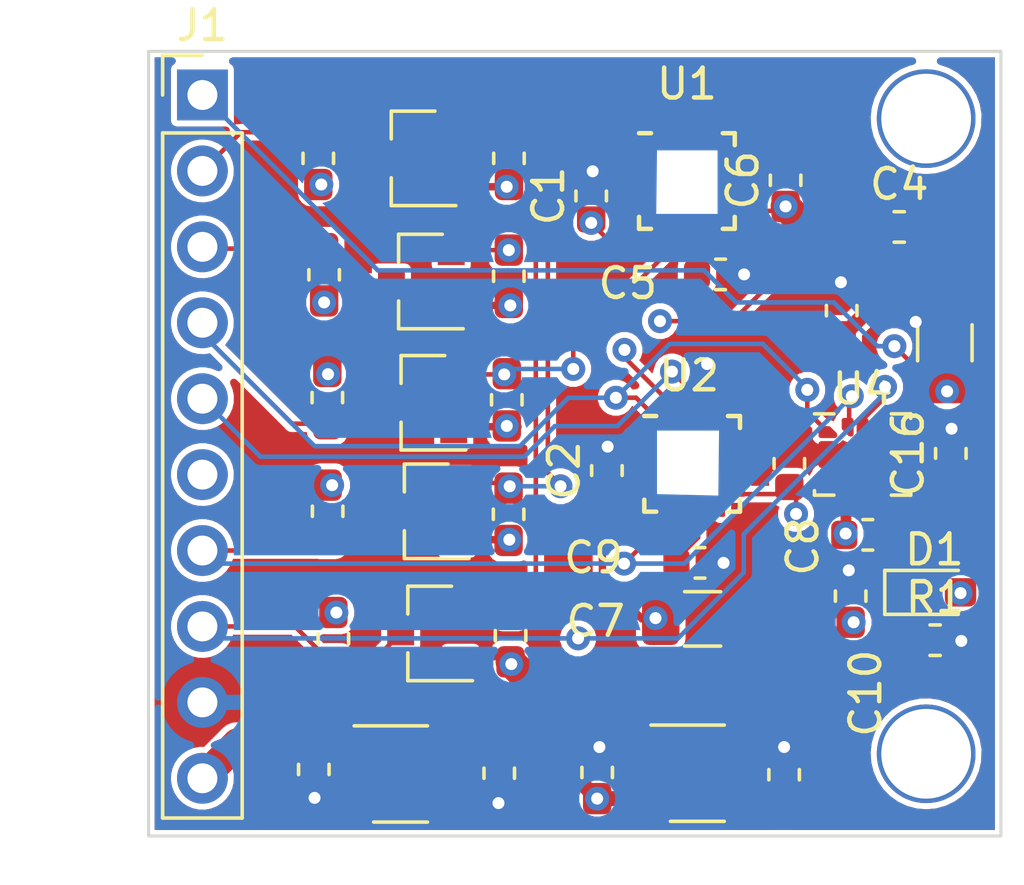
<source format=kicad_pcb>
(kicad_pcb (version 20200829) (generator pcbnew)
  (layers (0 "F.Cu" signal) (1 "In1.Cu" power) (2 "In2.Cu" power) (31 "B.Cu" signal) (34 "B.Paste" user) (35 "F.Paste" user) (36 "B.SilkS" user) (37 "F.SilkS" user) (38 "B.Mask" user) (39 "F.Mask" user) (44 "Edge.Cuts" user))
  (net 0 "")
  (net 1 "Net-(U7-Pad4)")
  (net 2 "Net-(U3-Pad4)")
  (net 3 "Net-(C9-Pad1)")
  (net 4 "Net-(C5-Pad1)")
  (net 5 "MPU9250_CS")
  (net 6 "IMU_MOSI_3.3v")
  (net 7 "IMU_MOSI")
  (net 8 "IMU_MISO_3.3v")
  (net 9 "IMU_MISO")
  (net 10 "IMU_CLK_3.3v")
  (net 11 "IMU_CLK")
  (net 12 "ICM20948_DRDY_3.3v")
  (net 13 "ICM20948_DRDY")
  (net 14 "ICM20948_CS_3.3v")
  (net 15 "ICM20948_CS")
  (net 16 "GND")
  (net 17 "+5V")
  (net 18 "+3V3")
  (net 19 "+1V8")
  (net 20 "LSM6D3_CS")
  (net 21 "Net-(U4-Pad11)")
  (net 22 "Net-(U4-Pad10)")
  (net 23 "LSM6D3_DRDY2")
  (net 24 "LSM6D3_DRDY1")
  (net 25 "Net-(J1-Pad6)")
  (net 26 "LED")
  (net 27 "Net-(U1-Pad1)")
  (net 28 "Net-(U1-Pad2)")
  (net 29 "Net-(U1-Pad3)")
  (net 30 "Net-(U1-Pad4)")
  (net 31 "Net-(U1-Pad5)")
  (net 32 "Net-(U1-Pad6)")
  (net 33 "Net-(U1-Pad7)")
  (net 34 "Net-(U1-Pad14)")
  (net 35 "Net-(U1-Pad15)")
  (net 36 "Net-(U1-Pad16)")
  (net 37 "Net-(U1-Pad17)")
  (net 38 "Net-(U1-Pad19)")
  (net 39 "Net-(U1-Pad21)")
  (net 40 "Net-(U2-Pad7)")
  (net 41 "MPU9250_DRDY")
  (net 42 "Net-(U2-Pad21)")
  (module "Capacitor_SMD:C_0603_1608Metric_Pad1.05x0.95mm_HandSolder" (layer "F.Cu") (at 134.975 109.65 -90)
    (fp_text reference "C15" hide)
    (fp_text value "1uF")
    (pad "1" smd roundrect (at -0.875 0 270) (size 1.05 0.95) (layers "F.Cu" "F.Paste" "F.Mask") (net 18 "+3V3"))
    (pad "2" smd roundrect (at 0.875 0 270) (size 1.05 0.95) (layers "F.Cu" "F.Paste" "F.Mask") (net 16 "GND"))
  )
  (module "Package_TO_SOT_SMD:SOT-23" (layer "F.Cu") (at 132.4525 97.2575 180)
    (fp_text reference "Q4" hide)
    (fp_text value "BSS138")
    (pad "1" smd rect (at -1 -0.95 180) (size 0.9 0.8) (layers "F.Cu" "F.Paste" "F.Mask") (net 19 "+1V8"))
    (pad "2" smd rect (at -1 0.95 180) (size 0.9 0.8) (layers "F.Cu" "F.Paste" "F.Mask") (net 9 "IMU_MISO"))
    (pad "3" smd rect (at 1 0 180) (size 0.9 0.8) (layers "F.Cu" "F.Paste" "F.Mask") (net 8 "IMU_MISO_3.3v"))
  )
  (module "Package_TO_SOT_SMD:SOT-23-5" (layer "F.Cu") (at 141.6 109.65)
    (fp_text reference "U7" hide)
    (fp_text value "LP5907MFX-1.8")
    (pad "1" smd rect (at -1.1 -0.95) (size 1.06 0.65) (layers "F.Cu" "F.Paste" "F.Mask") (net 18 "+3V3"))
    (pad "2" smd rect (at -1.1 0) (size 1.06 0.65) (layers "F.Cu" "F.Paste" "F.Mask") (net 16 "GND"))
    (pad "3" smd rect (at -1.1 0.95) (size 1.06 0.65) (layers "F.Cu" "F.Paste" "F.Mask") (net 18 "+3V3"))
    (pad "4" smd rect (at 1.1 0.95) (size 1.06 0.65) (layers "F.Cu" "F.Paste" "F.Mask") (net 1 "Net-(U7-Pad4)"))
    (pad "5" smd rect (at 1.1 -0.95) (size 1.06 0.65) (layers "F.Cu" "F.Paste" "F.Mask") (net 19 "+1V8"))
  )
  (module "Resistor_SMD:R_0603_1608Metric_Pad1.05x0.95mm_HandSolder" (layer "F.Cu") (at 149.55 105.2)
    (fp_text reference "R1" (at 0 -1.43) (layer "F.SilkS"))
    (fp_text value "R")
    (pad "1" smd roundrect (at -0.875 0) (size 1.05 0.95) (layers "F.Cu" "F.Paste" "F.Mask") (net 26 "LED"))
    (pad "2" smd roundrect (at 0.875 0) (size 1.05 0.95) (layers "F.Cu" "F.Paste" "F.Mask") (net 16 "GND"))
  )
  (module "Capacitor_SMD:C_0603_1608Metric" (layer "F.Cu") (at 147.3 101.675)
    (fp_text reference "C14" hide)
    (fp_text value "0.1uF")
    (pad "1" smd roundrect (at -0.7875 0) (size 0.875 0.95) (layers "F.Cu" "F.Paste" "F.Mask") (net 18 "+3V3"))
    (pad "2" smd roundrect (at 0.7875 0) (size 0.875 0.95) (layers "F.Cu" "F.Paste" "F.Mask") (net 16 "GND"))
  )
  (module "Resistor_SMD:R_0603_1608Metric_Pad1.05x0.95mm_HandSolder" (layer "F.Cu") (at 129.2275 97.0825 -90)
    (fp_text reference "R9" hide)
    (fp_text value "R")
    (pad "1" smd roundrect (at -0.875 0 270) (size 1.05 0.95) (layers "F.Cu" "F.Paste" "F.Mask") (net 18 "+3V3"))
    (pad "2" smd roundrect (at 0.875 0 270) (size 1.05 0.95) (layers "F.Cu" "F.Paste" "F.Mask") (net 8 "IMU_MISO_3.3v"))
  )
  (module "LED_SMD:LED_0603_1608Metric_Pad1.05x0.95mm_HandSolder" (layer "F.Cu") (at 149.525 103.6)
    (fp_text reference "D1" (at 0 -1.43) (layer "F.SilkS"))
    (fp_text value "LED")
    (pad "1" smd roundrect (at -0.875 0) (size 1.05 0.95) (layers "F.Cu" "F.Paste" "F.Mask") (net 26 "LED"))
    (pad "2" smd roundrect (at 0.875 0) (size 1.05 0.95) (layers "F.Cu" "F.Paste" "F.Mask") (net 18 "+3V3"))
  )
  (module "Resistor_SMD:R_0603_1608Metric_Pad1.05x0.95mm_HandSolder" (layer "F.Cu") (at 135.2275 97.1575 90)
    (fp_text reference "R7" hide)
    (fp_text value "R")
    (pad "1" smd roundrect (at -0.875 0 90) (size 1.05 0.95) (layers "F.Cu" "F.Paste" "F.Mask") (net 19 "+1V8"))
    (pad "2" smd roundrect (at 0.875 0 90) (size 1.05 0.95) (layers "F.Cu" "F.Paste" "F.Mask") (net 9 "IMU_MISO"))
  )
  (module "Capacitor_SMD:C_1206_3216Metric" (layer "F.Cu") (at 149.875 95.25 90)
    (fp_text reference "C17" hide)
    (fp_text value "CP")
    (pad "1" smd roundrect (at -1.4 0 90) (size 1.25 1.75) (layers "F.Cu" "F.Paste" "F.Mask") (roundrect_rratio 0.2) (net 18 "+3V3"))
    (pad "2" smd roundrect (at 1.4 0 90) (size 1.25 1.75) (layers "F.Cu" "F.Paste" "F.Mask") (roundrect_rratio 0.2) (net 16 "GND"))
  )
  (module "Capacitor_SMD:C_0603_1608Metric" (layer "F.Cu") (at 142.375 92.9625)
    (fp_text reference "C5" (at -3.1 0.3) (layer "F.SilkS"))
    (fp_text value "C")
    (pad "1" smd roundrect (at -0.7875 0) (size 0.875 0.95) (layers "F.Cu" "F.Paste" "F.Mask") (net 4 "Net-(C5-Pad1)"))
    (pad "2" smd roundrect (at 0.7875 0) (size 0.875 0.95) (layers "F.Cu" "F.Paste" "F.Mask") (net 16 "GND"))
  )
  (module "Capacitor_SMD:C_0603_1608Metric" (layer "F.Cu") (at 144.675 99.2875 90)
    (fp_text reference "C8" (at -2.775 0.45 90) (layer "F.SilkS"))
    (fp_text value "0.1uF")
    (pad "1" smd roundrect (at -0.7875 0 90) (size 0.875 0.95) (layers "F.Cu" "F.Paste" "F.Mask") (net 18 "+3V3"))
    (pad "2" smd roundrect (at 0.7875 0 90) (size 0.875 0.95) (layers "F.Cu" "F.Paste" "F.Mask") (net 16 "GND"))
  )
  (module "Package_TO_SOT_SMD:SOT-23" (layer "F.Cu") (at 132.125 89.08 180)
    (fp_text reference "Q7" hide)
    (fp_text value "BSS138")
    (pad "1" smd rect (at -1 -0.95 180) (size 0.9 0.8) (layers "F.Cu" "F.Paste" "F.Mask") (net 19 "+1V8"))
    (pad "2" smd rect (at -1 0.95 180) (size 0.9 0.8) (layers "F.Cu" "F.Paste" "F.Mask") (net 15 "ICM20948_CS"))
    (pad "3" smd rect (at 1 0 180) (size 0.9 0.8) (layers "F.Cu" "F.Paste" "F.Mask") (net 14 "ICM20948_CS_3.3v"))
  )
  (module "Capacitor_SMD:C_0603_1608Metric_Pad1.05x0.95mm_HandSolder" (layer "F.Cu") (at 144.5 109.7 90)
    (fp_text reference "C12" hide)
    (fp_text value "1uF")
    (pad "1" smd roundrect (at -0.875 0 90) (size 1.05 0.95) (layers "F.Cu" "F.Paste" "F.Mask") (net 19 "+1V8"))
    (pad "2" smd roundrect (at 0.875 0 90) (size 1.05 0.95) (layers "F.Cu" "F.Paste" "F.Mask") (net 16 "GND"))
  )
  (module "Capacitor_SMD:C_0603_1608Metric_Pad1.05x0.95mm_HandSolder" (layer "F.Cu") (at 138.25 109.625 90)
    (fp_text reference "C11" hide)
    (fp_text value "1uF")
    (pad "1" smd roundrect (at -0.875 0 90) (size 1.05 0.95) (layers "F.Cu" "F.Paste" "F.Mask") (net 18 "+3V3"))
    (pad "2" smd roundrect (at 0.875 0 90) (size 1.05 0.95) (layers "F.Cu" "F.Paste" "F.Mask") (net 16 "GND"))
  )
  (module "Capacitor_SMD:C_0603_1608Metric_Pad1.05x0.95mm_HandSolder" (layer "F.Cu") (at 146.725 103.725 90)
    (fp_text reference "C10" (at -3.25 0.5 90) (layer "F.SilkS"))
    (fp_text value "CP")
    (pad "1" smd roundrect (at -0.875 0 90) (size 1.05 0.95) (layers "F.Cu" "F.Paste" "F.Mask") (net 18 "+3V3"))
    (pad "2" smd roundrect (at 0.875 0 90) (size 1.05 0.95) (layers "F.Cu" "F.Paste" "F.Mask") (net 16 "GND"))
  )
  (module "Capacitor_SMD:C_0603_1608Metric" (layer "F.Cu") (at 150.075 98.95 90)
    (fp_text reference "C16" (at 0 -1.43 90) (layer "F.SilkS"))
    (fp_text value "0.1uF")
    (pad "1" smd roundrect (at -0.7875 0 90) (size 0.875 0.95) (layers "F.Cu" "F.Paste" "F.Mask") (net 18 "+3V3"))
    (pad "2" smd roundrect (at 0.7875 0 90) (size 0.875 0.95) (layers "F.Cu" "F.Paste" "F.Mask") (net 16 "GND"))
  )
  (module "Sensor_Motion:InvenSense_QFN-24_3x3mm_P0.4mm" (layer "F.Cu") (at 141.25 89.8375)
    (fp_text reference "U1" (at 0 -3.25) (layer "F.SilkS"))
    (fp_text value "ICM-20948")
    (pad "1" smd roundrect (at -1.5 -1) (size 0.55 0.2) (layers "F.Cu" "F.Paste" "F.Mask") (net 27 "Net-(U1-Pad1)"))
    (pad "2" smd roundrect (at -1.5 -0.6) (size 0.55 0.2) (layers "F.Cu" "F.Paste" "F.Mask") (net 28 "Net-(U1-Pad2)"))
    (pad "3" smd roundrect (at -1.5 -0.2) (size 0.55 0.2) (layers "F.Cu" "F.Paste" "F.Mask") (net 29 "Net-(U1-Pad3)"))
    (pad "4" smd roundrect (at -1.5 0.2) (size 0.55 0.2) (layers "F.Cu" "F.Paste" "F.Mask") (net 30 "Net-(U1-Pad4)"))
    (pad "5" smd roundrect (at -1.5 0.6) (size 0.55 0.2) (layers "F.Cu" "F.Paste" "F.Mask") (net 31 "Net-(U1-Pad5)"))
    (pad "6" smd roundrect (at -1.5 1) (size 0.55 0.2) (layers "F.Cu" "F.Paste" "F.Mask") (net 32 "Net-(U1-Pad6)"))
    (pad "7" smd roundrect (at -1 1.5 90) (size 0.55 0.2) (layers "F.Cu" "F.Paste" "F.Mask") (net 33 "Net-(U1-Pad7)"))
    (pad "8" smd roundrect (at -0.6 1.5 90) (size 0.55 0.2) (layers "F.Cu" "F.Paste" "F.Mask") (net 19 "+1V8"))
    (pad "9" smd roundrect (at -0.2 1.5 90) (size 0.55 0.2) (layers "F.Cu" "F.Paste" "F.Mask") (net 9 "IMU_MISO"))
    (pad "10" smd roundrect (at 0.2 1.5 90) (size 0.55 0.2) (layers "F.Cu" "F.Paste" "F.Mask") (net 4 "Net-(C5-Pad1)"))
    (pad "11" smd roundrect (at 0.6 1.5 90) (size 0.55 0.2) (layers "F.Cu" "F.Paste" "F.Mask") (net 16 "GND"))
    (pad "12" smd roundrect (at 1 1.5 90) (size 0.55 0.2) (layers "F.Cu" "F.Paste" "F.Mask") (net 13 "ICM20948_DRDY"))
    (pad "13" smd roundrect (at 1.5 1) (size 0.55 0.2) (layers "F.Cu" "F.Paste" "F.Mask") (net 19 "+1V8"))
    (pad "14" smd roundrect (at 1.5 0.6) (size 0.55 0.2) (layers "F.Cu" "F.Paste" "F.Mask") (net 34 "Net-(U1-Pad14)"))
    (pad "15" smd roundrect (at 1.5 0.2) (size 0.55 0.2) (layers "F.Cu" "F.Paste" "F.Mask") (net 35 "Net-(U1-Pad15)"))
    (pad "16" smd roundrect (at 1.5 -0.2) (size 0.55 0.2) (layers "F.Cu" "F.Paste" "F.Mask") (net 36 "Net-(U1-Pad16)"))
    (pad "17" smd roundrect (at 1.5 -0.6) (size 0.55 0.2) (layers "F.Cu" "F.Paste" "F.Mask") (net 37 "Net-(U1-Pad17)"))
    (pad "18" smd roundrect (at 1.5 -1) (size 0.55 0.2) (layers "F.Cu" "F.Paste" "F.Mask") (net 16 "GND"))
    (pad "19" smd roundrect (at 1 -1.5 90) (size 0.55 0.2) (layers "F.Cu" "F.Paste" "F.Mask") (net 38 "Net-(U1-Pad19)"))
    (pad "20" smd roundrect (at 0.6 -1.5 90) (size 0.55 0.2) (layers "F.Cu" "F.Paste" "F.Mask") (net 16 "GND"))
    (pad "21" smd roundrect (at 0.2 -1.5 90) (size 0.55 0.2) (layers "F.Cu" "F.Paste" "F.Mask") (net 39 "Net-(U1-Pad21)"))
    (pad "22" smd roundrect (at -0.2 -1.5 90) (size 0.55 0.2) (layers "F.Cu" "F.Paste" "F.Mask") (net 15 "ICM20948_CS"))
    (pad "23" smd roundrect (at -0.6 -1.5 90) (size 0.55 0.2) (layers "F.Cu" "F.Paste" "F.Mask") (net 11 "IMU_CLK"))
    (pad "24" smd roundrect (at -1 -1.5 90) (size 0.55 0.2) (layers "F.Cu" "F.Paste" "F.Mask") (net 7 "IMU_MOSI"))
  )
  (module "Capacitor_SMD:C_0603_1608Metric_Pad1.05x0.95mm_HandSolder" (layer "F.Cu") (at 146.425 94.175 90)
    (fp_text reference "C3" hide)
    (fp_text value "C")
    (pad "1" smd roundrect (at -0.875 0 90) (size 1.05 0.95) (layers "F.Cu" "F.Paste" "F.Mask") (net 19 "+1V8"))
    (pad "2" smd roundrect (at 0.875 0 90) (size 1.05 0.95) (layers "F.Cu" "F.Paste" "F.Mask") (net 16 "GND"))
  )
  (module "Package_TO_SOT_SMD:SOT-23" (layer "F.Cu") (at 132.678799 104.973799 180)
    (fp_text reference "Q5" hide)
    (fp_text value "BSS138")
    (pad "1" smd rect (at -1 -0.95 180) (size 0.9 0.8) (layers "F.Cu" "F.Paste" "F.Mask") (net 19 "+1V8"))
    (pad "2" smd rect (at -1 0.95 180) (size 0.9 0.8) (layers "F.Cu" "F.Paste" "F.Mask") (net 11 "IMU_CLK"))
    (pad "3" smd rect (at 1 0 180) (size 0.9 0.8) (layers "F.Cu" "F.Paste" "F.Mask") (net 10 "IMU_CLK_3.3v"))
  )
  (module "Resistor_SMD:R_0603_1608Metric_Pad1.05x0.95mm_HandSolder" (layer "F.Cu") (at 135.3 89.08 90)
    (fp_text reference "R13" hide)
    (fp_text value "R")
    (pad "1" smd roundrect (at -0.875 0 90) (size 1.05 0.95) (layers "F.Cu" "F.Paste" "F.Mask") (net 19 "+1V8"))
    (pad "2" smd roundrect (at 0.875 0 90) (size 1.05 0.95) (layers "F.Cu" "F.Paste" "F.Mask") (net 15 "ICM20948_CS"))
  )
  (module "Package_TO_SOT_SMD:SOT-23-5" (layer "F.Cu") (at 131.675 109.675)
    (fp_text reference "U3" hide)
    (fp_text value "LP5907MFX-3.3")
    (pad "1" smd rect (at -1.1 -0.95) (size 1.06 0.65) (layers "F.Cu" "F.Paste" "F.Mask") (net 17 "+5V"))
    (pad "2" smd rect (at -1.1 0) (size 1.06 0.65) (layers "F.Cu" "F.Paste" "F.Mask") (net 16 "GND"))
    (pad "3" smd rect (at -1.1 0.95) (size 1.06 0.65) (layers "F.Cu" "F.Paste" "F.Mask") (net 17 "+5V"))
    (pad "4" smd rect (at 1.1 0.95) (size 1.06 0.65) (layers "F.Cu" "F.Paste" "F.Mask") (net 2 "Net-(U3-Pad4)"))
    (pad "5" smd rect (at 1.1 -0.95) (size 1.06 0.65) (layers "F.Cu" "F.Paste" "F.Mask") (net 18 "+3V3"))
  )
  (module "Sensor_Motion:InvenSense_QFN-24_3x3mm_P0.4mm" (layer "F.Cu") (at 141.425 99.3)
    (fp_text reference "U2" (at -0.1 -2.95) (layer "F.SilkS"))
    (fp_text value "MPU-9250")
    (pad "1" smd roundrect (at -1.5 -1) (size 0.55 0.2) (layers "F.Cu" "F.Paste" "F.Mask") (net 18 "+3V3"))
    (pad "2" smd roundrect (at -1.5 -0.6) (size 0.55 0.2) (layers "F.Cu" "F.Paste" "F.Mask"))
    (pad "3" smd roundrect (at -1.5 -0.2) (size 0.55 0.2) (layers "F.Cu" "F.Paste" "F.Mask"))
    (pad "4" smd roundrect (at -1.5 0.2) (size 0.55 0.2) (layers "F.Cu" "F.Paste" "F.Mask"))
    (pad "5" smd roundrect (at -1.5 0.6) (size 0.55 0.2) (layers "F.Cu" "F.Paste" "F.Mask"))
    (pad "6" smd roundrect (at -1.5 1) (size 0.55 0.2) (layers "F.Cu" "F.Paste" "F.Mask"))
    (pad "7" smd roundrect (at -1 1.5 90) (size 0.55 0.2) (layers "F.Cu" "F.Paste" "F.Mask") (net 40 "Net-(U2-Pad7)"))
    (pad "8" smd roundrect (at -0.6 1.5 90) (size 0.55 0.2) (layers "F.Cu" "F.Paste" "F.Mask") (net 18 "+3V3"))
    (pad "9" smd roundrect (at -0.2 1.5 90) (size 0.55 0.2) (layers "F.Cu" "F.Paste" "F.Mask") (net 6 "IMU_MOSI_3.3v"))
    (pad "10" smd roundrect (at 0.2 1.5 90) (size 0.55 0.2) (layers "F.Cu" "F.Paste" "F.Mask") (net 3 "Net-(C9-Pad1)"))
    (pad "11" smd roundrect (at 0.6 1.5 90) (size 0.55 0.2) (layers "F.Cu" "F.Paste" "F.Mask") (net 16 "GND"))
    (pad "12" smd roundrect (at 1 1.5 90) (size 0.55 0.2) (layers "F.Cu" "F.Paste" "F.Mask") (net 41 "MPU9250_DRDY"))
    (pad "13" smd roundrect (at 1.5 1) (size 0.55 0.2) (layers "F.Cu" "F.Paste" "F.Mask") (net 18 "+3V3"))
    (pad "14" smd roundrect (at 1.5 0.6) (size 0.55 0.2) (layers "F.Cu" "F.Paste" "F.Mask"))
    (pad "15" smd roundrect (at 1.5 0.2) (size 0.55 0.2) (layers "F.Cu" "F.Paste" "F.Mask"))
    (pad "16" smd roundrect (at 1.5 -0.2) (size 0.55 0.2) (layers "F.Cu" "F.Paste" "F.Mask"))
    (pad "17" smd roundrect (at 1.5 -0.6) (size 0.55 0.2) (layers "F.Cu" "F.Paste" "F.Mask"))
    (pad "18" smd roundrect (at 1.5 -1) (size 0.55 0.2) (layers "F.Cu" "F.Paste" "F.Mask") (net 16 "GND"))
    (pad "19" smd roundrect (at 1 -1.5 90) (size 0.55 0.2) (layers "F.Cu" "F.Paste" "F.Mask"))
    (pad "20" smd roundrect (at 0.6 -1.5 90) (size 0.55 0.2) (layers "F.Cu" "F.Paste" "F.Mask") (net 16 "GND"))
    (pad "21" smd roundrect (at 0.2 -1.5 90) (size 0.55 0.2) (layers "F.Cu" "F.Paste" "F.Mask") (net 42 "Net-(U2-Pad21)"))
    (pad "22" smd roundrect (at -0.2 -1.5 90) (size 0.55 0.2) (layers "F.Cu" "F.Paste" "F.Mask") (net 5 "MPU9250_CS"))
    (pad "23" smd roundrect (at -0.6 -1.5 90) (size 0.55 0.2) (layers "F.Cu" "F.Paste" "F.Mask") (net 10 "IMU_CLK_3.3v"))
    (pad "24" smd roundrect (at -1 -1.5 90) (size 0.55 0.2) (layers "F.Cu" "F.Paste" "F.Mask") (net 8 "IMU_MISO_3.3v"))
  )
  (module "Capacitor_SMD:C_1206_3216Metric" (layer "F.Cu") (at 141.775 104.4875)
    (fp_text reference "C7" (at -3.575 0.075) (layer "F.SilkS"))
    (fp_text value "CP")
    (pad "1" smd roundrect (at -1.4 0) (size 1.25 1.75) (layers "F.Cu" "F.Paste" "F.Mask") (roundrect_rratio 0.2) (net 18 "+3V3"))
    (pad "2" smd roundrect (at 1.4 0) (size 1.25 1.75) (layers "F.Cu" "F.Paste" "F.Mask") (roundrect_rratio 0.2) (net 16 "GND"))
  )
  (module "Package_LGA:LGA-14_3x2.5mm_P0.5mm_LayoutBorder3x4y" (layer "F.Cu") (at 147.125 98.9875)
    (fp_text reference "U4" (at 0 -2.2) (layer "F.SilkS"))
    (fp_text value "LSM6DS3")
    (pad "1" smd custom (at -1.1625 -0.75) (size 0.223223 0.223223) (layers "F.Cu" "F.Paste" "F.Mask") (net 8 "IMU_MISO_3.3v") (options (clearance outline) (anchor circle)) (primitives (gr_poly (pts (xy -0.2375 -0.125) (xy 0.031434 -0.125) (xy 0.2375 0.081066) (xy 0.2375 0.125) (xy -0.2375 0.125)) (width 0.15))))
    (pad "2" smd roundrect (at -1.1625 -0.25) (size 0.625 0.4) (layers "F.Cu" "F.Paste" "F.Mask") (net 16 "GND"))
    (pad "3" smd roundrect (at -1.1625 0.25) (size 0.625 0.4) (layers "F.Cu" "F.Paste" "F.Mask") (net 16 "GND"))
    (pad "4" smd custom (at -1.1625 0.75) (size 0.223223 0.223223) (layers "F.Cu" "F.Paste" "F.Mask") (net 24 "LSM6D3_DRDY1") (options (clearance outline) (anchor circle)) (primitives (gr_poly (pts (xy -0.2375 -0.125) (xy 0.2375 -0.125) (xy 0.2375 -0.081066) (xy 0.031434 0.125) (xy -0.2375 0.125)) (width 0.15))))
    (pad "5" smd custom (at -0.5 0.9125) (size 0.223223 0.223223) (layers "F.Cu" "F.Paste" "F.Mask") (net 18 "+3V3") (options (clearance outline) (anchor circle)) (primitives (gr_poly (pts (xy -0.125 -0.031434) (xy 0.081066 -0.2375) (xy 0.125 -0.2375) (xy 0.125 0.2375) (xy -0.125 0.2375)) (width 0.15))))
    (pad "6" smd roundrect (at 0 0.9125) (size 0.4 0.625) (layers "F.Cu" "F.Paste" "F.Mask") (net 16 "GND"))
    (pad "7" smd custom (at 0.5 0.9125) (size 0.223223 0.223223) (layers "F.Cu" "F.Paste" "F.Mask") (net 16 "GND") (options (clearance outline) (anchor circle)) (primitives (gr_poly (pts (xy -0.125 -0.2375) (xy -0.081066 -0.2375) (xy 0.125 -0.031434) (xy 0.125 0.2375) (xy -0.125 0.2375)) (width 0.15))))
    (pad "8" smd custom (at 1.1625 0.75) (size 0.223223 0.223223) (layers "F.Cu" "F.Paste" "F.Mask") (net 18 "+3V3") (options (clearance outline) (anchor circle)) (primitives (gr_poly (pts (xy -0.2375 -0.125) (xy 0.2375 -0.125) (xy 0.2375 0.125) (xy -0.031434 0.125) (xy -0.2375 -0.081066)) (width 0.15))))
    (pad "9" smd roundrect (at 1.1625 0.25) (size 0.625 0.4) (layers "F.Cu" "F.Paste" "F.Mask") (net 23 "LSM6D3_DRDY2"))
    (pad "10" smd roundrect (at 1.1625 -0.25) (size 0.625 0.4) (layers "F.Cu" "F.Paste" "F.Mask") (net 22 "Net-(U4-Pad10)"))
    (pad "11" smd custom (at 1.1625 -0.75) (size 0.223223 0.223223) (layers "F.Cu" "F.Paste" "F.Mask") (net 21 "Net-(U4-Pad11)") (options (clearance outline) (anchor circle)) (primitives (gr_poly (pts (xy -0.2375 0.081066) (xy -0.031434 -0.125) (xy 0.2375 -0.125) (xy 0.2375 0.125) (xy -0.2375 0.125)) (width 0.15))))
    (pad "12" smd custom (at 0.5 -0.9125) (size 0.223223 0.223223) (layers "F.Cu" "F.Paste" "F.Mask") (net 20 "LSM6D3_CS") (options (clearance outline) (anchor circle)) (primitives (gr_poly (pts (xy -0.125 -0.2375) (xy 0.125 -0.2375) (xy 0.125 0.031434) (xy -0.081066 0.2375) (xy -0.125 0.2375)) (width 0.15))))
    (pad "13" smd roundrect (at 0 -0.9125) (size 0.4 0.625) (layers "F.Cu" "F.Paste" "F.Mask") (net 10 "IMU_CLK_3.3v"))
    (pad "14" smd custom (at -0.5 -0.9125) (size 0.223223 0.223223) (layers "F.Cu" "F.Paste" "F.Mask") (net 6 "IMU_MOSI_3.3v") (options (clearance outline) (anchor circle)) (primitives (gr_poly (pts (xy -0.125 -0.2375) (xy 0.125 -0.2375) (xy 0.125 0.2375) (xy 0.081066 0.2375) (xy -0.125 0.031434)) (width 0.15))))
  )
  (module "Resistor_SMD:R_0603_1608Metric_Pad1.05x0.95mm_HandSolder" (layer "F.Cu") (at 129.12 92.975 90)
    (fp_text reference "R6" hide)
    (fp_text value "R")
    (pad "1" smd roundrect (at -0.875 0 90) (size 1.05 0.95) (layers "F.Cu" "F.Paste" "F.Mask") (net 18 "+3V3"))
    (pad "2" smd roundrect (at 0.875 0 90) (size 1.05 0.95) (layers "F.Cu" "F.Paste" "F.Mask") (net 12 "ICM20948_DRDY_3.3v"))
  )
  (module "Connector_PinHeader_2.54mm:PinHeader_1x10_P2.54mm_Vertical" (layer "F.Cu") (at 125.05 86.96)
    (fp_text reference "J1" (at 0 -2.33) (layer "F.SilkS"))
    (fp_text value "Conn_01x10_Male")
    (pad "1" thru_hole rect (at 0 0) (size 1.7 1.7) (drill 1) (layers *.Cu *.Mask) (net 20 "LSM6D3_CS"))
    (pad "2" thru_hole oval (at 0 2.54) (size 1.7 1.7) (drill 1) (layers *.Cu *.Mask) (net 14 "ICM20948_CS_3.3v"))
    (pad "3" thru_hole oval (at 0 5.08) (size 1.7 1.7) (drill 1) (layers *.Cu *.Mask) (net 12 "ICM20948_DRDY_3.3v"))
    (pad "4" thru_hole oval (at 0 7.62) (size 1.7 1.7) (drill 1) (layers *.Cu *.Mask) (net 8 "IMU_MISO_3.3v"))
    (pad "5" thru_hole oval (at 0 10.16) (size 1.7 1.7) (drill 1) (layers *.Cu *.Mask) (net 5 "MPU9250_CS"))
    (pad "6" thru_hole oval (at 0 12.7) (size 1.7 1.7) (drill 1) (layers *.Cu *.Mask) (net 25 "Net-(J1-Pad6)"))
    (pad "7" thru_hole oval (at 0 15.24) (size 1.7 1.7) (drill 1) (layers *.Cu *.Mask) (net 6 "IMU_MOSI_3.3v"))
    (pad "8" thru_hole oval (at 0 17.78) (size 1.7 1.7) (drill 1) (layers *.Cu *.Mask) (net 10 "IMU_CLK_3.3v"))
    (pad "9" thru_hole oval (at 0 20.32) (size 1.7 1.7) (drill 1) (layers *.Cu *.Mask) (net 16 "GND"))
    (pad "10" thru_hole oval (at 0 22.86) (size 1.7 1.7) (drill 1) (layers *.Cu *.Mask) (net 17 "+5V"))
  )
  (module "Package_TO_SOT_SMD:SOT-23" (layer "F.Cu") (at 132.562889 100.887111 180)
    (fp_text reference "Q6" hide)
    (fp_text value "BSS138")
    (pad "1" smd rect (at -1 -0.95 180) (size 0.9 0.8) (layers "F.Cu" "F.Paste" "F.Mask") (net 19 "+1V8"))
    (pad "2" smd rect (at -1 0.95 180) (size 0.9 0.8) (layers "F.Cu" "F.Paste" "F.Mask") (net 7 "IMU_MOSI"))
    (pad "3" smd rect (at 1 0 180) (size 0.9 0.8) (layers "F.Cu" "F.Paste" "F.Mask") (net 6 "IMU_MOSI_3.3v"))
  )
  (module "Capacitor_SMD:C_0603_1608Metric" (layer "F.Cu") (at 141.6875 102.6125)
    (fp_text reference "C9" (at -3.5625 -0.175) (layer "F.SilkS"))
    (fp_text value "0.1uF")
    (pad "1" smd roundrect (at -0.7875 0) (size 0.875 0.95) (layers "F.Cu" "F.Paste" "F.Mask") (net 3 "Net-(C9-Pad1)"))
    (pad "2" smd roundrect (at 0.7875 0) (size 0.875 0.95) (layers "F.Cu" "F.Paste" "F.Mask") (net 16 "GND"))
  )
  (module "Package_TO_SOT_SMD:SOT-23" (layer "F.Cu") (at 132.37 93.2 180)
    (fp_text reference "Q3" hide)
    (fp_text value "BSS138")
    (pad "1" smd rect (at -1 -0.95 180) (size 0.9 0.8) (layers "F.Cu" "F.Paste" "F.Mask") (net 19 "+1V8"))
    (pad "2" smd rect (at -1 0.95 180) (size 0.9 0.8) (layers "F.Cu" "F.Paste" "F.Mask") (net 13 "ICM20948_DRDY"))
    (pad "3" smd rect (at 1 0 180) (size 0.9 0.8) (layers "F.Cu" "F.Paste" "F.Mask") (net 12 "ICM20948_DRDY_3.3v"))
  )
  (module "Capacitor_SMD:C_0603_1608Metric_Pad1.05x0.95mm_HandSolder" (layer "F.Cu") (at 144.55 89.8125 90)
    (fp_text reference "C6" (at 0 -1.43 90) (layer "F.SilkS"))
    (fp_text value "C")
    (pad "1" smd roundrect (at -0.875 0 90) (size 1.05 0.95) (layers "F.Cu" "F.Paste" "F.Mask") (net 19 "+1V8"))
    (pad "2" smd roundrect (at 0.875 0 90) (size 1.05 0.95) (layers "F.Cu" "F.Paste" "F.Mask") (net 16 "GND"))
  )
  (module "Resistor_SMD:R_0603_1608Metric_Pad1.05x0.95mm_HandSolder" (layer "F.Cu") (at 129.237889 100.887111 -90)
    (fp_text reference "R12" hide)
    (fp_text value "R")
    (pad "1" smd roundrect (at -0.875 0 270) (size 1.05 0.95) (layers "F.Cu" "F.Paste" "F.Mask") (net 18 "+3V3"))
    (pad "2" smd roundrect (at 0.875 0 270) (size 1.05 0.95) (layers "F.Cu" "F.Paste" "F.Mask") (net 6 "IMU_MOSI_3.3v"))
  )
  (module "Resistor_SMD:R_0603_1608Metric_Pad1.05x0.95mm_HandSolder" (layer "F.Cu") (at 135.295 93.025 90)
    (fp_text reference "R4" hide)
    (fp_text value "R")
    (pad "1" smd roundrect (at -0.875 0 90) (size 1.05 0.95) (layers "F.Cu" "F.Paste" "F.Mask") (net 19 "+1V8"))
    (pad "2" smd roundrect (at 0.875 0 90) (size 1.05 0.95) (layers "F.Cu" "F.Paste" "F.Mask") (net 13 "ICM20948_DRDY"))
  )
  (module "Capacitor_SMD:C_0603_1608Metric" (layer "F.Cu") (at 138.575 99.525 90)
    (fp_text reference "C2" (at 0 -1.43 90) (layer "F.SilkS"))
    (fp_text value "0.1uF")
    (pad "1" smd roundrect (at -0.7875 0 90) (size 0.875 0.95) (layers "F.Cu" "F.Paste" "F.Mask") (net 18 "+3V3"))
    (pad "2" smd roundrect (at 0.7875 0 90) (size 0.875 0.95) (layers "F.Cu" "F.Paste" "F.Mask") (net 16 "GND"))
  )
  (module "Resistor_SMD:R_0603_1608Metric_Pad1.05x0.95mm_HandSolder" (layer "F.Cu") (at 135.287889 100.987111 90)
    (fp_text reference "R11" hide)
    (fp_text value "R")
    (pad "1" smd roundrect (at -0.875 0 90) (size 1.05 0.95) (layers "F.Cu" "F.Paste" "F.Mask") (net 19 "+1V8"))
    (pad "2" smd roundrect (at 0.875 0 90) (size 1.05 0.95) (layers "F.Cu" "F.Paste" "F.Mask") (net 7 "IMU_MOSI"))
  )
  (module "Resistor_SMD:R_0603_1608Metric_Pad1.05x0.95mm_HandSolder" (layer "F.Cu") (at 128.925 89.08 90)
    (fp_text reference "R14" hide)
    (fp_text value "R")
    (pad "1" smd roundrect (at -0.875 0 90) (size 1.05 0.95) (layers "F.Cu" "F.Paste" "F.Mask") (net 18 "+3V3"))
    (pad "2" smd roundrect (at 0.875 0 90) (size 1.05 0.95) (layers "F.Cu" "F.Paste" "F.Mask") (net 14 "ICM20948_CS_3.3v"))
  )
  (module "Capacitor_SMD:C_0603_1608Metric_Pad1.05x0.95mm_HandSolder" (layer "F.Cu") (at 128.775 109.525 -90)
    (fp_text reference "C13" hide)
    (fp_text value "1uF")
    (pad "1" smd roundrect (at -0.875 0 270) (size 1.05 0.95) (layers "F.Cu" "F.Paste" "F.Mask") (net 17 "+5V"))
    (pad "2" smd roundrect (at 0.875 0 270) (size 1.05 0.95) (layers "F.Cu" "F.Paste" "F.Mask") (net 16 "GND"))
  )
  (module "Capacitor_SMD:C_0603_1608Metric" (layer "F.Cu") (at 138.05 90.3375 90)
    (fp_text reference "C1" (at 0 -1.43 90) (layer "F.SilkS"))
    (fp_text value "0.1uF")
    (pad "1" smd roundrect (at -0.7875 0 90) (size 0.875 0.95) (layers "F.Cu" "F.Paste" "F.Mask") (net 19 "+1V8"))
    (pad "2" smd roundrect (at 0.7875 0 90) (size 0.875 0.95) (layers "F.Cu" "F.Paste" "F.Mask") (net 16 "GND"))
  )
  (module "Capacitor_SMD:C_0603_1608Metric_Pad1.05x0.95mm_HandSolder" (layer "F.Cu") (at 148.35 91.375)
    (fp_text reference "C4" (at 0 -1.43) (layer "F.SilkS"))
    (fp_text value "C")
    (pad "1" smd roundrect (at -0.875 0) (size 1.05 0.95) (layers "F.Cu" "F.Paste" "F.Mask") (net 19 "+1V8"))
    (pad "2" smd roundrect (at 0.875 0) (size 1.05 0.95) (layers "F.Cu" "F.Paste" "F.Mask") (net 16 "GND"))
  )
  (module "Resistor_SMD:R_0603_1608Metric_Pad1.05x0.95mm_HandSolder" (layer "F.Cu") (at 129.428799 105.148799 -90)
    (fp_text reference "R10" hide)
    (fp_text value "R")
    (pad "1" smd roundrect (at -0.875 0 270) (size 1.05 0.95) (layers "F.Cu" "F.Paste" "F.Mask") (net 18 "+3V3"))
    (pad "2" smd roundrect (at 0.875 0 270) (size 1.05 0.95) (layers "F.Cu" "F.Paste" "F.Mask") (net 10 "IMU_CLK_3.3v"))
  )
  (module "Resistor_SMD:R_0603_1608Metric_Pad1.05x0.95mm_HandSolder" (layer "F.Cu") (at 135.353799 105.048799 90)
    (fp_text reference "R8" hide)
    (fp_text value "R")
    (pad "1" smd roundrect (at -0.875 0 90) (size 1.05 0.95) (layers "F.Cu" "F.Paste" "F.Mask") (net 19 "+1V8"))
    (pad "2" smd roundrect (at 0.875 0 90) (size 1.05 0.95) (layers "F.Cu" "F.Paste" "F.Mask") (net 11 "IMU_CLK"))
  )
  (gr_line (start 123.25 85.5) (end 123.25 111.75) (layer "Edge.Cuts") (width 0.1))
  (gr_line (start 151.75 111.75) (end 151.75 85.5) (layer "Edge.Cuts") (width 0.1))
  (gr_line (start 123.25 111.75) (end 151.75 111.75) (layer "Edge.Cuts") (width 0.1))
  (gr_line (start 151.75 85.5) (end 123.25 85.5) (layer "Edge.Cuts") (width 0.1))
  (via (at 149.25 87.75) (size 3.3) (drill 3) (layers "F.Cu" "B.Cu") (net 0))
  (via (at 149.25 109) (size 3.3) (drill 3) (layers "F.Cu" "B.Cu") (net 0))
  (segment (start 141.625 101.764118) (end 140.9 102.489118) (width 0.1524) (layer "F.Cu") (net 3))
  (segment (start 141.625 100.8) (end 141.625 101.764118) (width 0.1524) (layer "F.Cu") (net 3))
  (segment (start 140.9 102.489118) (end 140.9 102.6125) (width 0.1524) (layer "F.Cu") (net 3))
  (segment (start 141.45 92.825) (end 141.5875 92.9625) (width 0.1524) (layer "F.Cu") (net 4))
  (segment (start 141.45 91.3375) (end 141.45 92.825) (width 0.1524) (layer "F.Cu") (net 4))
  (segment (start 141.225 97.8) (end 141.225 96.6875) (width 0.1524) (layer "F.Cu") (net 5))
  (segment (start 141.225 96.6875) (end 140.75 96.2125) (width 0.1524) (layer "F.Cu") (net 5))
  (via (at 140.75 96.2125) (size 0.8) (drill 0.4) (layers "F.Cu" "B.Cu") (net 5))
  (segment (start 140.75 96.2125) (end 138.926201 98.036299) (width 0.1524) (layer "B.Cu") (net 5))
  (segment (start 136.836305 98.036299) (end 135.811494 99.061111) (width 0.1524) (layer "B.Cu") (net 5))
  (segment (start 138.926201 98.036299) (end 136.836305 98.036299) (width 0.1524) (layer "B.Cu") (net 5))
  (segment (start 135.811494 99.061111) (end 126.991111 99.061111) (width 0.1524) (layer "B.Cu") (net 5))
  (segment (start 126.991111 99.061111) (end 125.05 97.12) (width 0.1524) (layer "B.Cu") (net 5))
  (segment (start 125.05 102.2) (end 128.8 102.2) (width 0.1524) (layer "F.Cu") (net 6))
  (segment (start 141.225 101.235552) (end 140.595643 101.864909) (width 0.1524) (layer "F.Cu") (net 6))
  (segment (start 146.7625 97.0375) (end 146.925 96.875) (width 0.1524) (layer "F.Cu") (net 6))
  (segment (start 139.922591 101.864909) (end 139.15 102.6375) (width 0.1524) (layer "F.Cu") (net 6))
  (segment (start 141.225 100.8) (end 141.225 101.235552) (width 0.1524) (layer "F.Cu") (net 6))
  (segment (start 131.562889 100.887111) (end 130.112889 100.887111) (width 0.1524) (layer "F.Cu") (net 6))
  (segment (start 146.675 98.1375) (end 146.675 97.125) (width 0.1524) (layer "F.Cu") (net 6))
  (segment (start 130.112889 100.887111) (end 129.237889 101.762111) (width 0.1524) (layer "F.Cu") (net 6))
  (segment (start 128.8 102.2) (end 129.237889 101.762111) (width 0.1524) (layer "F.Cu") (net 6))
  (segment (start 140.595643 101.864909) (end 139.922591 101.864909) (width 0.1524) (layer "F.Cu") (net 6))
  (segment (start 146.675 97.125) (end 146.7625 97.0375) (width 0.1524) (layer "F.Cu") (net 6))
  (via (at 139.15 102.6375) (size 0.8) (drill 0.4) (layers "F.Cu" "B.Cu") (net 6))
  (via (at 146.7625 97.0375) (size 0.8) (drill 0.4) (layers "F.Cu" "B.Cu") (net 6))
  (segment (start 141.1625 102.6375) (end 139.15 102.6375) (width 0.1524) (layer "B.Cu") (net 6))
  (segment (start 139.15 102.6375) (end 125.4875 102.6375) (width 0.1524) (layer "B.Cu") (net 6))
  (segment (start 125.4875 102.6375) (end 125.05 102.2) (width 0.1524) (layer "B.Cu") (net 6))
  (segment (start 146.7625 97.0375) (end 141.1625 102.6375) (width 0.1524) (layer "B.Cu") (net 6))
  (segment (start 137.025 100.025) (end 137.025 100.05) (width 0.1524) (layer "F.Cu") (net 7))
  (segment (start 136.6 99.6) (end 137.025 100.025) (width 0.1524) (layer "F.Cu") (net 7))
  (segment (start 135.512889 99.937111) (end 135.562889 99.987111) (width 0.1524) (layer "F.Cu") (net 7))
  (segment (start 139.7125 87.8) (end 140.25 88.3375) (width 0.1524) (layer "F.Cu") (net 7))
  (segment (start 136.55 88.475) (end 136.6 88.525) (width 0.1524) (layer "F.Cu") (net 7))
  (segment (start 133.562889 99.937111) (end 135.512889 99.937111) (width 0.1524) (layer "F.Cu") (net 7))
  (segment (start 136.6 88.525) (end 136.6 99.6) (width 0.1524) (layer "F.Cu") (net 7))
  (segment (start 136.55 88.475) (end 137.225 87.8) (width 0.1524) (layer "F.Cu") (net 7))
  (segment (start 137.225 87.8) (end 139.7125 87.8) (width 0.1524) (layer "F.Cu") (net 7))
  (via (at 135.325 100.05) (size 0.8) (drill 0.4) (layers "F.Cu" "B.Cu") (net 7))
  (via (at 137.025 100.05) (size 0.8) (drill 0.4) (layers "F.Cu" "B.Cu") (net 7))
  (segment (start 137.025 100.05) (end 135.325 100.05) (width 0.1524) (layer "B.Cu") (net 7))
  (segment (start 129.9275 97.2575) (end 129.2275 97.9575) (width 0.1524) (layer "F.Cu") (net 8))
  (segment (start 125.05 94.95818) (end 125.05 94.58) (width 0.1524) (layer "F.Cu") (net 8))
  (segment (start 140.275 97.8125) (end 139.9 97.4375) (width 0.1524) (layer "F.Cu") (net 8))
  (segment (start 129.2275 97.9575) (end 128.04932 97.9575) (width 0.1524) (layer "F.Cu") (net 8))
  (segment (start 128.04932 97.9575) (end 125.05 94.95818) (width 0.1524) (layer "F.Cu") (net 8))
  (segment (start 140.275 97.8125) (end 139.55 97.0875) (width 0.1524) (layer "F.Cu") (net 8))
  (segment (start 145.275 97.55) (end 145.275 96.825) (width 0.1524) (layer "F.Cu") (net 8))
  (segment (start 145.9625 98.2375) (end 145.275 97.55) (width 0.1524) (layer "F.Cu") (net 8))
  (segment (start 131.4525 97.2575) (end 129.9275 97.2575) (width 0.1524) (layer "F.Cu") (net 8))
  (segment (start 139.55 97.0875) (end 138.875 97.0875) (width 0.1524) (layer "F.Cu") (net 8))
  (via (at 145.275 96.825) (size 0.8) (drill 0.4) (layers "F.Cu" "B.Cu") (net 8))
  (via (at 138.875 97.0875) (size 0.8) (drill 0.4) (layers "F.Cu" "B.Cu") (net 8))
  (segment (start 138.875 97.0875) (end 137.286722 97.0875) (width 0.1524) (layer "B.Cu") (net 8))
  (segment (start 128.800521 98.708701) (end 125.05 94.95818) (width 0.1524) (layer "B.Cu") (net 8))
  (segment (start 143.786299 95.286299) (end 145.325 96.825) (width 0.1524) (layer "B.Cu") (net 8))
  (segment (start 138.875 97.0875) (end 140.676201 95.286299) (width 0.1524) (layer "B.Cu") (net 8))
  (segment (start 137.286722 97.0875) (end 135.665521 98.708701) (width 0.1524) (layer "B.Cu") (net 8))
  (segment (start 140.676201 95.286299) (end 143.786299 95.286299) (width 0.1524) (layer "B.Cu") (net 8))
  (segment (start 135.665521 98.708701) (end 128.800521 98.708701) (width 0.1524) (layer "B.Cu") (net 8))
  (segment (start 125.05 94.95818) (end 125.05 94.58) (width 0.1524) (layer "B.Cu") (net 8))
  (segment (start 135.6025 96.3075) (end 135.1425 96.3075) (width 0.1524) (layer "F.Cu") (net 9))
  (segment (start 135.6025 96.0575) (end 135.6025 96.3075) (width 0.1524) (layer "F.Cu") (net 9))
  (segment (start 141.05 91.3375) (end 141.05 91.67467) (width 0.1524) (layer "F.Cu") (net 9))
  (segment (start 137.45 95.373052) (end 137.45 96.125) (width 0.1524) (layer "F.Cu") (net 9))
  (segment (start 141.05 91.67467) (end 141.05 91.773052) (width 0.1524) (layer "F.Cu") (net 9))
  (segment (start 135.1425 96.3075) (end 133.4525 96.3075) (width 0.1524) (layer "F.Cu") (net 9))
  (segment (start 141.05 91.773052) (end 137.45 95.373052) (width 0.1524) (layer "F.Cu") (net 9))
  (via (at 135.1425 96.3075) (size 0.8) (drill 0.4) (layers "F.Cu" "B.Cu") (net 9))
  (via (at 137.45 96.125) (size 0.8) (drill 0.4) (layers "F.Cu" "B.Cu") (net 9))
  (segment (start 135.325 96.125) (end 135.1425 96.3075) (width 0.1524) (layer "B.Cu") (net 9))
  (segment (start 137.45 96.125) (end 135.325 96.125) (width 0.1524) (layer "B.Cu") (net 9))
  (segment (start 147.175 97.771936) (end 147.625 97.321936) (width 0.1524) (layer "F.Cu") (net 10))
  (segment (start 130.628799 106.023799) (end 131.678799 104.973799) (width 0.1524) (layer "F.Cu") (net 10))
  (segment (start 139.16217 95.48783) (end 139.16217 95.73717) (width 0.1524) (layer "F.Cu") (net 10))
  (segment (start 147.625 97.321936) (end 147.875 97.071936) (width 0.1524) (layer "F.Cu") (net 10))
  (segment (start 139.175 95.4625) (end 139.16217 95.47533) (width 0.1524) (layer "F.Cu") (net 10))
  (segment (start 129.428799 106.023799) (end 130.628799 106.023799) (width 0.1524) (layer "F.Cu") (net 10))
  (segment (start 125.05 104.74) (end 128.145 104.74) (width 0.1524) (layer "F.Cu") (net 10))
  (segment (start 147.875 97.071936) (end 147.875 96.725) (width 0.1524) (layer "F.Cu") (net 10))
  (segment (start 139.16217 95.73717) (end 140.825 97.4) (width 0.1524) (layer "F.Cu") (net 10))
  (segment (start 140.825 97.8) (end 140.825 97.4) (width 0.1524) (layer "F.Cu") (net 10))
  (segment (start 139.16217 95.47533) (end 139.16217 95.48783) (width 0.1524) (layer "F.Cu") (net 10))
  (segment (start 128.145 104.74) (end 129.428799 106.023799) (width 0.1524) (layer "F.Cu") (net 10))
  (segment (start 147.175 98.1375) (end 147.175 97.771936) (width 0.1524) (layer "F.Cu") (net 10))
  (via (at 139.16217 95.48783) (size 0.8) (drill 0.4) (layers "F.Cu" "B.Cu") (net 10))
  (via (at 137.611299 105.138701) (size 0.8) (drill 0.4) (layers "F.Cu" "B.Cu") (net 10))
  (via (at 147.875 96.725) (size 0.8) (drill 0.4) (layers "F.Cu" "B.Cu") (net 10))
  (segment (start 140.949577 105.138701) (end 137.611299 105.138701) (width 0.1524) (layer "B.Cu") (net 10))
  (segment (start 137.611299 105.138701) (end 125.448701 105.138701) (width 0.1524) (layer "B.Cu") (net 10))
  (segment (start 147.875 96.725) (end 147.875 96.925778) (width 0.1524) (layer "B.Cu") (net 10))
  (segment (start 125.448701 105.138701) (end 125.05 104.74) (width 0.1524) (layer "B.Cu") (net 10))
  (segment (start 143.151201 101.649577) (end 143.151201 102.937077) (width 0.1524) (layer "B.Cu") (net 10))
  (segment (start 147.875 96.925778) (end 143.151201 101.649577) (width 0.1524) (layer "B.Cu") (net 10))
  (segment (start 143.151201 102.937077) (end 140.949577 105.138701) (width 0.1524) (layer "B.Cu") (net 10))
  (segment (start 140.65 88.00033) (end 139.77467 87.125) (width 0.1524) (layer "F.Cu") (net 11))
  (segment (start 135.353799 104.173799) (end 136.197591 103.330007) (width 0.1524) (layer "F.Cu") (net 11))
  (segment (start 139.77467 87.125) (end 136.9 87.125) (width 0.1524) (layer "F.Cu") (net 11))
  (segment (start 135.628799 104.098799) (end 133.753799 104.098799) (width 0.1524) (layer "F.Cu") (net 11))
  (segment (start 136.197591 103.330007) (end 136.197591 87.827409) (width 0.1524) (layer "F.Cu") (net 11))
  (segment (start 136.9 87.125) (end 136.7125 87.3125) (width 0.1524) (layer "F.Cu") (net 11))
  (segment (start 140.65 88.3375) (end 140.65 88.00033) (width 0.1524) (layer "F.Cu") (net 11))
  (segment (start 136.197591 87.827409) (end 136.7125 87.3125) (width 0.1524) (layer "F.Cu") (net 11))
  (segment (start 133.753799 104.098799) (end 133.678799 104.023799) (width 0.1524) (layer "F.Cu") (net 11))
  (segment (start 129.12 92.1) (end 125.11 92.1) (width 0.1524) (layer "F.Cu") (net 12))
  (segment (start 125.11 92.1) (end 125.05 92.04) (width 0.1524) (layer "F.Cu") (net 12))
  (segment (start 130.22 93.2) (end 129.12 92.1) (width 0.1524) (layer "F.Cu") (net 12))
  (segment (start 131.37 93.2) (end 130.22 93.2) (width 0.1524) (layer "F.Cu") (net 12))
  (segment (start 144.05 92.67135) (end 144.05 93.25365) (width 0.1524) (layer "F.Cu") (net 13))
  (segment (start 140.35 94.525) (end 140.125 94.525) (width 0.1524) (layer "F.Cu") (net 13))
  (segment (start 142.71615 91.3375) (end 144.05 92.67135) (width 0.1524) (layer "F.Cu") (net 13))
  (segment (start 144.05 93.25365) (end 142.82865 94.475) (width 0.1524) (layer "F.Cu") (net 13))
  (segment (start 135.295 92.15) (end 133.47 92.15) (width 0.1524) (layer "F.Cu") (net 13))
  (segment (start 142.25 91.3375) (end 142.71615 91.3375) (width 0.1524) (layer "F.Cu") (net 13))
  (segment (start 142.82865 94.475) (end 142.77865 94.525) (width 0.1524) (layer "F.Cu") (net 13))
  (segment (start 133.47 92.15) (end 133.37 92.25) (width 0.1524) (layer "F.Cu") (net 13))
  (segment (start 142.77865 94.525) (end 140.35 94.525) (width 0.1524) (layer "F.Cu") (net 13))
  (via (at 140.35 94.525) (size 0.8) (drill 0.4) (layers "F.Cu" "B.Cu") (net 13))
  (via (at 135.295 92.15) (size 0.8) (drill 0.4) (layers "F.Cu" "B.Cu") (net 13))
  (segment (start 126.345 88.205) (end 125.05 89.5) (width 0.1524) (layer "F.Cu") (net 14))
  (segment (start 129.8 89.08) (end 128.925 88.205) (width 0.1524) (layer "F.Cu") (net 14))
  (segment (start 131.125 89.08) (end 129.8 89.08) (width 0.1524) (layer "F.Cu") (net 14))
  (segment (start 128.925 88.205) (end 126.345 88.205) (width 0.1524) (layer "F.Cu") (net 14))
  (segment (start 141.05 88.3375) (end 141.05 87.901947) (width 0.1524) (layer "F.Cu") (net 15))
  (segment (start 139.920643 86.77259) (end 136.73241 86.77259) (width 0.1524) (layer "F.Cu") (net 15))
  (segment (start 135.3 88.205) (end 133.2 88.205) (width 0.25) (layer "F.Cu") (net 15))
  (segment (start 136.73241 86.77259) (end 135.3 88.205) (width 0.1524) (layer "F.Cu") (net 15))
  (segment (start 136.33 87.175) (end 135.3 88.205) (width 0.1524) (layer "F.Cu") (net 15))
  (segment (start 141.05 87.901947) (end 139.920643 86.77259) (width 0.1524) (layer "F.Cu") (net 15))
  (segment (start 133.2 88.205) (end 133.125 88.13) (width 0.25) (layer "F.Cu") (net 15))
  (segment (start 141.05 88.3375) (end 141.05 88.00033) (width 0.1524) (layer "F.Cu") (net 15))
  (segment (start 142.025 102.1625) (end 142.475 102.6125) (width 0.1524) (layer "F.Cu") (net 16))
  (segment (start 147.675 101.2625) (end 148.0875 101.675) (width 0.1524) (layer "F.Cu") (net 16))
  (segment (start 143.175 104.4875) (end 143.175 103.3125) (width 0.1524) (layer "F.Cu") (net 16))
  (segment (start 141.875 96.3625) (end 141.9 96.3375) (width 0.1524) (layer "F.Cu") (net 16))
  (segment (start 144.65 93.2) (end 144.75 93.3) (width 0.1524) (layer "F.Cu") (net 16))
  (segment (start 149.875 92.025) (end 149.225 91.375) (width 0.25) (layer "F.Cu") (net 16))
  (segment (start 145.9625 98.7375) (end 144.9125 98.7375) (width 0.1524) (layer "F.Cu") (net 16))
  (segment (start 146.325 93.3) (end 146.4 93.225) (width 0.1524) (layer "F.Cu") (net 16))
  (segment (start 142.025 100.8) (end 142.025 102.1625) (width 0.1524) (layer "F.Cu") (net 16))
  (segment (start 146.6625 102.8625) (end 147.85 101.675) (width 0.1524) (layer "F.Cu") (net 16))
  (segment (start 142.75 88.8375) (end 144.45 88.8375) (width 0.1524) (layer "F.Cu") (net 16))
  (segment (start 146.7125 102.8625) (end 146.725 102.85) (width 0.1524) (layer "F.Cu") (net 16))
  (segment (start 146.6625 102.8625) (end 146.7125 102.8625) (width 0.1524) (layer "F.Cu") (net 16))
  (segment (start 128.775 110.4) (end 129.5 109.675) (width 0.1524) (layer "F.Cu") (net 16))
  (segment (start 144.9125 98.7375) (end 144.675 98.5) (width 0.1524) (layer "F.Cu") (net 16))
  (segment (start 147.675 99.9625) (end 147.675 101.2625) (width 0.1524) (layer "F.Cu") (net 16))
  (segment (start 147.85 101.675) (end 148.0875 101.675) (width 0.1524) (layer "F.Cu") (net 16))
  (segment (start 142.76615 92.9625) (end 143.1625 92.9625) (width 0.1524) (layer "F.Cu") (net 16))
  (segment (start 147.175 99.9625) (end 147.675 99.9625) (width 0.1524) (layer "F.Cu") (net 16))
  (segment (start 142.775 98.3125) (end 144.4875 98.3125) (width 0.1524) (layer "F.Cu") (net 16))
  (segment (start 141.85 92.04635) (end 142.76615 92.9625) (width 0.1524) (layer "F.Cu") (net 16))
  (segment (start 141.85 91.3375) (end 141.85 92.04635) (width 0.1524) (layer "F.Cu") (net 16))
  (segment (start 142.025 96.0625) (end 141.925 95.9625) (width 0.1524) (layer "F.Cu") (net 16))
  (segment (start 141.85 88.3375) (end 141.85 88.00033) (width 0.1524) (layer "F.Cu") (net 16))
  (segment (start 146.0125 99.3) (end 146.0125 98.8) (width 0.1524) (layer "F.Cu") (net 16))
  (segment (start 139.2 109.65) (end 140.5 109.65) (width 0.1524) (layer "F.Cu") (net 16))
  (segment (start 144.75 93.3) (end 146.325 93.3) (width 0.1524) (layer "F.Cu") (net 16))
  (segment (start 138.325 108.775) (end 139.2 109.65) (width 0.1524) (layer "F.Cu") (net 16))
  (segment (start 149.875 93.85) (end 149.875 92.025) (width 0.25) (layer "F.Cu") (net 16))
  (segment (start 142.025 97.8) (end 142.025 96.0625) (width 0.1524) (layer "F.Cu") (net 16))
  (segment (start 129.5 109.675) (end 130.575 109.675) (width 0.1524) (layer "F.Cu") (net 16))
  (segment (start 143.175 103.3125) (end 142.475 102.6125) (width 0.1524) (layer "F.Cu") (net 16))
  (via (at 138.1 89.5125) (size 0.8) (drill 0.4) (layers "F.Cu" "B.Cu") (net 16))
  (via (at 144.5 108.775) (size 0.8) (drill 0.4) (layers "F.Cu" "B.Cu") (net 16))
  (via (at 138.325 108.775) (size 0.8) (drill 0.4) (layers "F.Cu" "B.Cu") (net 16))
  (via (at 143.1625 92.9625) (size 0.8) (drill 0.4) (layers "F.Cu" "B.Cu") (net 16))
  (via (at 134.95 110.65) (size 0.8) (drill 0.4) (layers "F.Cu" "B.Cu") (net 16))
  (via (at 138.6 98.725) (size 0.8) (drill 0.4) (layers "F.Cu" "B.Cu") (net 16))
  (via (at 128.8 110.475) (size 0.8) (drill 0.4) (layers "F.Cu" "B.Cu") (net 16))
  (via (at 148.9 94.55) (size 0.8) (drill 0.4) (layers "F.Cu" "B.Cu") (net 16))
  (via (at 150.1 98.125) (size 0.8) (drill 0.4) (layers "F.Cu" "B.Cu") (net 16))
  (via (at 141.925 95.9625) (size 0.8) (drill 0.4) (layers "F.Cu" "B.Cu") (net 16))
  (via (at 146.4 93.225) (size 0.8) (drill 0.4) (layers "F.Cu" "B.Cu") (net 16))
  (via (at 142.475 102.6125) (size 0.8) (drill 0.4) (layers "F.Cu" "B.Cu") (net 16))
  (via (at 146.6625 102.8625) (size 0.8) (drill 0.4) (layers "F.Cu" "B.Cu") (net 16))
  (via (at 150.425 105.225) (size 0.8) (drill 0.4) (layers "F.Cu" "B.Cu") (net 16))
  (segment (start 131.290002 110.625) (end 130.575 110.625) (width 0.5) (layer "F.Cu") (net 17))
  (segment (start 125.05 109.82) (end 126.22 108.65) (width 1) (layer "F.Cu") (net 17))
  (segment (start 131.555001 108.989999) (end 131.555001 110.360001) (width 0.5) (layer "F.Cu") (net 17))
  (segment (start 126.22 108.65) (end 128.775 108.65) (width 1) (layer "F.Cu") (net 17))
  (segment (start 128.675 108.55) (end 128.775 108.65) (width 1) (layer "F.Cu") (net 17))
  (segment (start 130.575 108.725) (end 131.290002 108.725) (width 0.5) (layer "F.Cu") (net 17))
  (segment (start 131.555001 110.360001) (end 131.290002 110.625) (width 0.5) (layer "F.Cu") (net 17))
  (segment (start 130.5 108.65) (end 130.575 108.725) (width 0.5) (layer "F.Cu") (net 17))
  (segment (start 128.775 108.65) (end 130.5 108.65) (width 0.5) (layer "F.Cu") (net 17))
  (segment (start 131.290002 108.725) (end 131.555001 108.989999) (width 0.5) (layer "F.Cu") (net 17))
  (segment (start 140.825 100.8) (end 140.825 101.13717) (width 0.1524) (layer "F.Cu") (net 18))
  (segment (start 138.424999 103.162499) (end 138.70625 103.44375) (width 0.25) (layer "F.Cu") (net 18))
  (segment (start 146.5125 100.3375) (end 146.55 100.3) (width 0.25) (layer "F.Cu") (net 18))
  (segment (start 142.775 100.3125) (end 144.4375 100.3125) (width 0.1524) (layer "F.Cu") (net 18))
  (segment (start 149.95 96.875) (end 150.515685 96.875) (width 0.25) (layer "F.Cu") (net 18))
  (segment (start 138.424999 103.162499) (end 138.424999 100.462501) (width 0.25) (layer "F.Cu") (net 18))
  (segment (start 136.525 108.775) (end 138.25 110.5) (width 0.5) (layer "F.Cu") (net 18))
  (segment (start 138.25 110.5) (end 140.4 110.5) (width 0.5) (layer "F.Cu") (net 18))
  (segment (start 146.55625 101.63125) (end 146.5125 101.675) (width 0.1524) (layer "F.Cu") (net 18))
  (segment (start 150.0125 99.8) (end 148.3375 99.8) (width 0.1524) (layer "F.Cu") (net 18))
  (segment (start 138.575 100.3125) (end 139.37379 99.51371) (width 0.1524) (layer "F.Cu") (net 18))
  (segment (start 140.825 101.13717) (end 140.44967 101.5125) (width 0.1524) (layer "F.Cu") (net 18))
  (segment (start 140.4 110.5) (end 140.5 110.6) (width 0.5) (layer "F.Cu") (net 18))
  (segment (start 150.87501 97.234325) (end 150.87501 98.93749) (width 0.25) (layer "F.Cu") (net 18))
  (segment (start 146.675 99.9625) (end 146.675 101.5125) (width 0.1524) (layer "F.Cu") (net 18))
  (segment (start 150.075 99.7375) (end 150.0125 99.8) (width 0.1524) (layer "F.Cu") (net 18))
  (segment (start 140.44967 101.5125) (end 140.1375 101.5125) (width 0.1524) (layer "F.Cu") (net 18))
  (segment (start 134.925 108.725) (end 134.975 108.775) (width 0.5) (layer "F.Cu") (net 18))
  (segment (start 150.87501 98.93749) (end 150.075 99.7375) (width 0.25) (layer "F.Cu") (net 18))
  (segment (start 146.675 101.5125) (end 146.55625 101.63125) (width 0.1524) (layer "F.Cu") (net 18))
  (segment (start 141.480001 108.964999) (end 141.480001 110.335001) (width 0.5) (layer "F.Cu") (net 18))
  (segment (start 132.775 108.725) (end 134.925 108.725) (width 0.5) (layer "F.Cu") (net 18))
  (segment (start 140.1375 101.5125) (end 139.525 101.5125) (width 0.1524) (layer "F.Cu") (net 18))
  (segment (start 139.37379 98.37654) (end 139.43783 98.3125) (width 0.1524) (layer "F.Cu") (net 18))
  (segment (start 139.525 101.5125) (end 138.325 100.3125) (width 0.1524) (layer "F.Cu") (net 18))
  (segment (start 139.75 104.4875) (end 138.70625 103.44375) (width 0.25) (layer "F.Cu") (net 18))
  (segment (start 140.375 104.4875) (end 139.75 104.4875) (width 0.25) (layer "F.Cu") (net 18))
  (segment (start 141.215002 110.6) (end 140.5 110.6) (width 0.5) (layer "F.Cu") (net 18))
  (segment (start 140.5 108.7) (end 141.215002 108.7) (width 0.5) (layer "F.Cu") (net 18))
  (segment (start 150.515685 96.875) (end 150.87501 97.234325) (width 0.25) (layer "F.Cu") (net 18))
  (segment (start 134.975 108.775) (end 136.525 108.775) (width 0.5) (layer "F.Cu") (net 18))
  (segment (start 138.424999 100.462501) (end 138.575 100.3125) (width 0.25) (layer "F.Cu") (net 18))
  (segment (start 138.473799 103.211299) (end 138.424999 103.162499) (width 0.25) (layer "F.Cu") (net 18))
  (segment (start 140.31217 101.5125) (end 140.1375 101.5125) (width 0.1524) (layer "F.Cu") (net 18))
  (segment (start 139.43783 98.3125) (end 139.775 98.3125) (width 0.1524) (layer "F.Cu") (net 18))
  (segment (start 138.473799 103.211299) (end 138.70625 103.44375) (width 0.1524) (layer "F.Cu") (net 18))
  (segment (start 146.5125 101.675) (end 146.5125 100.3375) (width 0.25) (layer "F.Cu") (net 18))
  (segment (start 141.215002 108.7) (end 141.480001 108.964999) (width 0.5) (layer "F.Cu") (net 18))
  (segment (start 139.37379 99.51371) (end 139.37379 98.37654) (width 0.1524) (layer "F.Cu") (net 18))
  (segment (start 141.480001 110.335001) (end 141.215002 110.6) (width 0.5) (layer "F.Cu") (net 18))
  (segment (start 144.9 100.046936) (end 144.9 100.975) (width 0.1524) (layer "F.Cu") (net 18))
  (via (at 129.528799 104.273799) (size 0.8) (drill 0.4) (layers "F.Cu" "B.Cu") (net 18))
  (via (at 129.025 89.955) (size 0.8) (drill 0.4) (layers "F.Cu" "B.Cu") (net 18))
  (via (at 150.4 103.625) (size 0.8) (drill 0.4) (layers "F.Cu" "B.Cu") (net 18))
  (via (at 149.95 96.875) (size 0.8) (drill 0.4) (layers "F.Cu" "B.Cu") (net 18))
  (via (at 146.825 104.6) (size 0.8) (drill 0.4) (layers "F.Cu" "B.Cu") (net 18))
  (via (at 129.12 93.9) (size 0.8) (drill 0.4) (layers "F.Cu" "B.Cu") (net 18))
  (via (at 140.2 104.4625) (size 0.8) (drill 0.4) (layers "F.Cu" "B.Cu") (net 18))
  (via (at 129.387889 100.012111) (size 0.8) (drill 0.4) (layers "F.Cu" "B.Cu") (net 18))
  (via (at 144.9 100.975) (size 0.8) (drill 0.4) (layers "F.Cu" "B.Cu") (net 18))
  (via (at 138.25 110.5) (size 0.8) (drill 0.4) (layers "F.Cu" "B.Cu") (net 18))
  (via (at 129.25 96.3) (size 0.8) (drill 0.4) (layers "F.Cu" "B.Cu") (net 18))
  (via (at 146.55625 101.63125) (size 0.8) (drill 0.4) (layers "F.Cu" "B.Cu") (net 18))
  (segment (start 135.728799 105.748799) (end 133.853799 105.748799) (width 0.25) (layer "F.Cu") (net 19))
  (segment (start 140.43596 91.88871) (end 138.70121 91.88871) (width 0.1524) (layer "F.Cu") (net 19))
  (segment (start 145.7 108.170176) (end 144.179824 106.65) (width 1) (layer "F.Cu") (net 19))
  (segment (start 144.179824 106.65) (end 136.08 106.65) (width 1) (layer "F.Cu") (net 19))
  (segment (start 147.35001 94.12499) (end 146.425 95.05) (width 0.5) (layer "F.Cu") (net 19))
  (segment (start 135.345 94) (end 133.52 94) (width 0.25) (layer "F.Cu") (net 19))
  (segment (start 140.65 91.3375) (end 140.65 91.67467) (width 0.1524) (layer "F.Cu") (net 19))
  (segment (start 133.853799 105.748799) (end 133.678799 105.923799) (width 0.25) (layer "F.Cu") (net 19))
  (segment (start 147.35001 91.02501) (end 147.35001 94.12499) (width 0.5) (layer "F.Cu") (net 19))
  (segment (start 144.4 90.8375) (end 142.75 90.8375) (width 0.1524) (layer "F.Cu") (net 19))
  (segment (start 142.7 108.775) (end 144.5 110.575) (width 0.5) (layer "F.Cu") (net 19))
  (segment (start 135.462889 101.837111) (end 135.562889 101.737111) (width 0.25) (layer "F.Cu") (net 19))
  (segment (start 144.5 110.575) (end 144.975 110.575) (width 1) (layer "F.Cu") (net 19))
  (segment (start 133.562889 101.837111) (end 135.462889 101.837111) (width 0.25) (layer "F.Cu") (net 19))
  (segment (start 140.65 91.67467) (end 140.43596 91.88871) (width 0.1524) (layer "F.Cu") (net 19))
  (segment (start 133.52 94) (end 133.37 94.15) (width 0.25) (layer "F.Cu") (net 19))
  (segment (start 138.70121 91.88871) (end 138.05 91.2375) (width 0.1524) (layer "F.Cu") (net 19))
  (segment (start 135.6025 98.0575) (end 133.6025 98.0575) (width 0.25) (layer "F.Cu") (net 19))
  (segment (start 145.7 109.85) (end 145.7 108.170176) (width 1) (layer "F.Cu") (net 19))
  (segment (start 136.08 106.65) (end 135.353799 105.923799) (width 1) (layer "F.Cu") (net 19))
  (segment (start 133.6025 98.0575) (end 133.4525 98.2075) (width 0.25) (layer "F.Cu") (net 19))
  (segment (start 147.475 91.375) (end 145.2375 91.375) (width 1) (layer "F.Cu") (net 19))
  (segment (start 142.7 108.7) (end 142.7 108.775) (width 0.5) (layer "F.Cu") (net 19))
  (segment (start 135.225 90.03) (end 133.125 90.03) (width 0.25) (layer "F.Cu") (net 19))
  (segment (start 144.975 110.575) (end 145.7 109.85) (width 1) (layer "F.Cu") (net 19))
  (segment (start 133.62 93.9) (end 133.37 94.15) (width 0.1524) (layer "F.Cu") (net 19))
  (segment (start 145.2375 91.375) (end 144.55 90.6875) (width 1) (layer "F.Cu") (net 19))
  (segment (start 135.225 90.03) (end 135.3 89.955) (width 0.25) (layer "F.Cu") (net 19))
  (via (at 135.225 90.03) (size 0.8) (drill 0.4) (layers "F.Cu" "B.Cu") (net 19))
  (via (at 135.378799 105.998799) (size 0.8) (drill 0.4) (layers "F.Cu" "B.Cu") (net 19))
  (via (at 144.55 90.6875) (size 0.8) (drill 0.4) (layers "F.Cu" "B.Cu") (net 19))
  (via (at 138.05 91.2375) (size 0.8) (drill 0.4) (layers "F.Cu" "B.Cu") (net 19))
  (via (at 135.345 94) (size 0.8) (drill 0.4) (layers "F.Cu" "B.Cu") (net 19))
  (via (at 135.312889 101.837111) (size 0.8) (drill 0.4) (layers "F.Cu" "B.Cu") (net 19))
  (via (at 135.2275 98.0325) (size 0.8) (drill 0.4) (layers "F.Cu" "B.Cu") (net 19))
  (segment (start 147.625 98.075) (end 148.72379 96.97621) (width 0.1524) (layer "F.Cu") (net 20))
  (segment (start 148.72379 96.97621) (end 148.72379 95.89879) (width 0.1524) (layer "F.Cu") (net 20))
  (segment (start 148.72379 95.89879) (end 148.1875 95.3625) (width 0.1524) (layer "F.Cu") (net 20))
  (segment (start 148.1875 95.3625) (end 148.125 95.3) (width 0.1524) (layer "F.Cu") (net 20))
  (via (at 148.1875 95.3625) (size 0.8) (drill 0.4) (layers "F.Cu" "B.Cu") (net 20))
  (segment (start 141.326201 92.826201) (end 141.824583 92.826201) (width 0.1524) (layer "B.Cu") (net 20))
  (segment (start 142.898382 93.9) (end 146.159315 93.9) (width 0.1524) (layer "B.Cu") (net 20))
  (segment (start 130.916201 92.826201) (end 125.05 86.96) (width 0.1524) (layer "B.Cu") (net 20))
  (segment (start 148.1875 95.3625) (end 147.621815 95.3625) (width 0.1524) (layer "B.Cu") (net 20))
  (segment (start 135.276201 92.826201) (end 130.916201 92.826201) (width 0.1524) (layer "B.Cu") (net 20))
  (segment (start 141.824583 92.826201) (end 142.898382 93.9) (width 0.1524) (layer "B.Cu") (net 20))
  (segment (start 147.621815 95.3625) (end 146.159315 93.9) (width 0.1524) (layer "B.Cu") (net 20))
  (segment (start 135.276201 92.826201) (end 141.326201 92.826201) (width 0.1524) (layer "B.Cu") (net 20))
  (segment (start 148.675 103.625) (end 148.65 103.6) (width 0.1524) (layer "F.Cu") (net 26))
  (segment (start 148.675 105.2) (end 148.675 103.625) (width 0.1524) (layer "F.Cu") (net 26))
  (zone (net 0) (net_name "") (layers "F.Cu" "In1.Cu" "In2.Cu" "B.Cu") (connect_pads yes (clearance 0)) (min_thickness 0.254)
    (keepout (tracks not_allowed) (vias not_allowed) (pads not_allowed) (copperpour not_allowed) (footprints allowed))
    (fill (thermal_gap 0.508) (thermal_bridge_width 0.508))
    (polygon (pts (xy 142.3 100.3625) (xy 140.25 100.3125) (xy 140.25 98.1875) (xy 142.325 98.1875)))
  )
  (zone (net 0) (net_name "") (layers "F.Cu" "In1.Cu" "In2.Cu" "B.Cu") (connect_pads yes (clearance 0)) (min_thickness 0.254)
    (keepout (tracks not_allowed) (vias not_allowed) (pads not_allowed) (copperpour not_allowed) (footprints allowed))
    (fill (thermal_gap 0.508) (thermal_bridge_width 0.508))
    (polygon (pts (xy 142.275 90.9375) (xy 140.225 90.9375) (xy 140.25 88.8125) (xy 142.275 88.8125)))
  )
  (zone (net 16) (net_name "GND") (layer "F.Cu") (connect_pads yes (clearance 0.2)) (min_thickness 0.254) (fill yes (thermal_gap 0.508) (thermal_bridge_width 0.508))
    (polygon (pts (xy 151.7 111.7) (xy 123.3 111.7) (xy 123.3 85.55) (xy 151.7 85.55)))
  )
  (zone (net 16) (net_name "GND") (layer "B.Cu") (connect_pads (clearance 0.2)) (min_thickness 0.254) (fill yes (thermal_gap 0.508) (thermal_bridge_width 0.508))
    (polygon (pts (xy 151.725 111.7) (xy 123.3 111.7) (xy 123.3 85.55) (xy 151.7 85.55)))
  )
)
</source>
